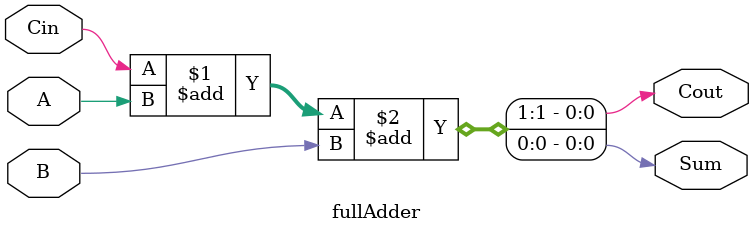
<source format=v>
module fullAdder (
  input Cin, A, B,
  output Cout, Sum
);
	assign {Cout,Sum} = Cin+A+B;

endmodule

</source>
